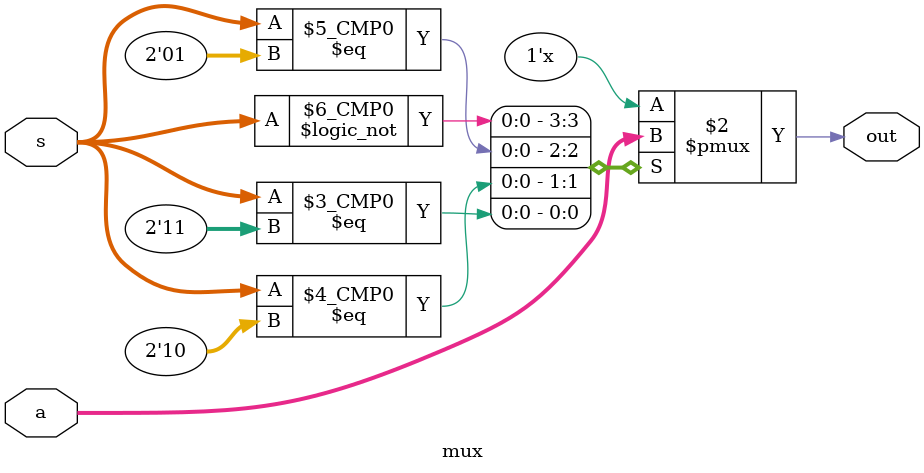
<source format=v>
module mux(input [3:0]a,
            input [1:0]s,
            output reg out
            );
	always @(*)begin
            case(s)
                2'b00 : out = a[3];
                2'b01 : out = a[2];
                2'b10 : out = a[1];
                2'b11 : out = a[0];
            endcase
	end
endmodule

</source>
